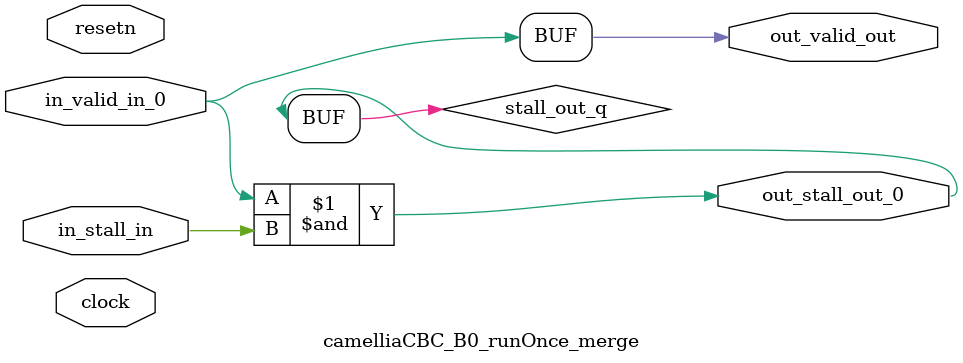
<source format=sv>



(* altera_attribute = "-name AUTO_SHIFT_REGISTER_RECOGNITION OFF; -name MESSAGE_DISABLE 10036; -name MESSAGE_DISABLE 10037; -name MESSAGE_DISABLE 14130; -name MESSAGE_DISABLE 14320; -name MESSAGE_DISABLE 15400; -name MESSAGE_DISABLE 14130; -name MESSAGE_DISABLE 10036; -name MESSAGE_DISABLE 12020; -name MESSAGE_DISABLE 12030; -name MESSAGE_DISABLE 12010; -name MESSAGE_DISABLE 12110; -name MESSAGE_DISABLE 14320; -name MESSAGE_DISABLE 13410; -name MESSAGE_DISABLE 113007; -name MESSAGE_DISABLE 10958" *)
module camelliaCBC_B0_runOnce_merge (
    input wire [0:0] in_stall_in,
    input wire [0:0] in_valid_in_0,
    output wire [0:0] out_stall_out_0,
    output wire [0:0] out_valid_out,
    input wire clock,
    input wire resetn
    );

    wire [0:0] stall_out_q;


    // stall_out(LOGICAL,6)
    assign stall_out_q = in_valid_in_0 & in_stall_in;

    // out_stall_out_0(GPOUT,4)
    assign out_stall_out_0 = stall_out_q;

    // out_valid_out(GPOUT,5)
    assign out_valid_out = in_valid_in_0;

endmodule

</source>
